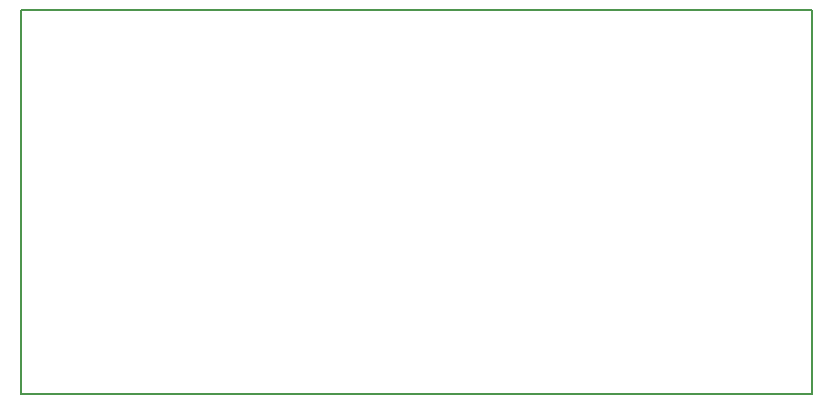
<source format=gm1>
G04 MADE WITH FRITZING*
G04 WWW.FRITZING.ORG*
G04 DOUBLE SIDED*
G04 HOLES PLATED*
G04 CONTOUR ON CENTER OF CONTOUR VECTOR*
%ASAXBY*%
%FSLAX23Y23*%
%MOIN*%
%OFA0B0*%
%SFA1.0B1.0*%
%ADD10R,2.644330X1.287350*%
%ADD11C,0.008000*%
%ADD10C,0.008*%
%LNCONTOUR*%
G90*
G70*
G54D10*
G54D11*
X4Y1283D02*
X2640Y1283D01*
X2640Y4D01*
X4Y4D01*
X4Y1283D01*
D02*
G04 End of contour*
M02*
</source>
